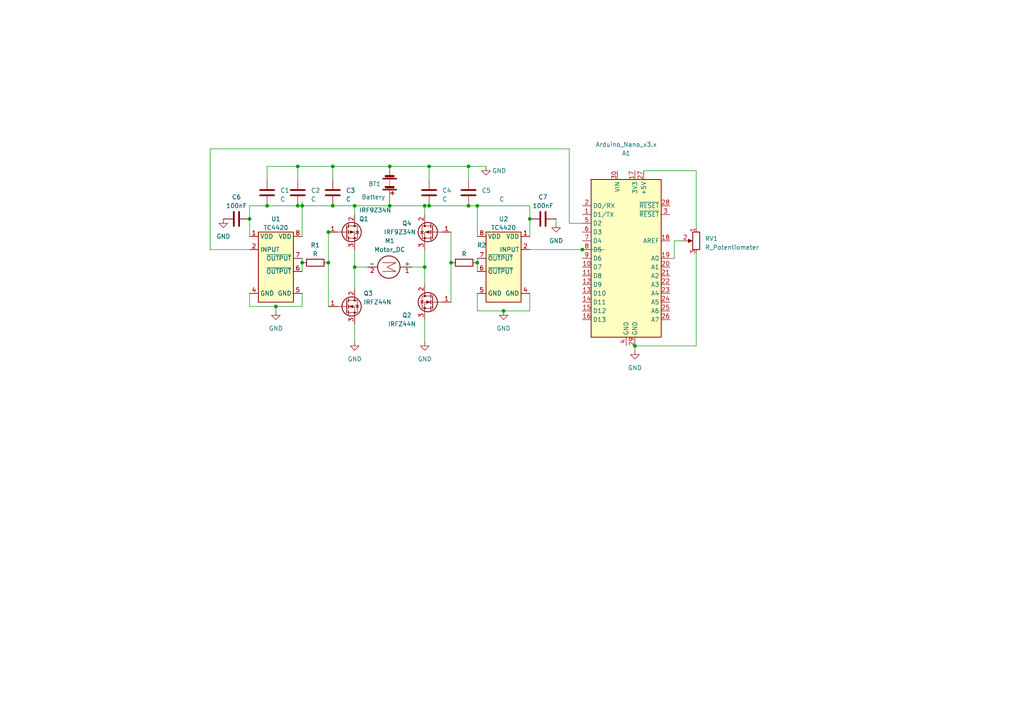
<source format=kicad_sch>
(kicad_sch (version 20230121) (generator eeschema)

  (uuid 60126ff5-6d4f-4517-87cc-30ec80536c9c)

  (paper "A4")

  (lib_symbols
    (symbol "Device:Battery" (pin_numbers hide) (pin_names (offset 0) hide) (in_bom yes) (on_board yes)
      (property "Reference" "BT" (at 2.54 2.54 0)
        (effects (font (size 1.27 1.27)) (justify left))
      )
      (property "Value" "Battery" (at 2.54 0 0)
        (effects (font (size 1.27 1.27)) (justify left))
      )
      (property "Footprint" "" (at 0 1.524 90)
        (effects (font (size 1.27 1.27)) hide)
      )
      (property "Datasheet" "~" (at 0 1.524 90)
        (effects (font (size 1.27 1.27)) hide)
      )
      (property "ki_keywords" "batt voltage-source cell" (at 0 0 0)
        (effects (font (size 1.27 1.27)) hide)
      )
      (property "ki_description" "Multiple-cell battery" (at 0 0 0)
        (effects (font (size 1.27 1.27)) hide)
      )
      (symbol "Battery_0_1"
        (rectangle (start -2.032 -1.397) (end 2.032 -1.651)
          (stroke (width 0) (type default))
          (fill (type outline))
        )
        (rectangle (start -2.032 1.778) (end 2.032 1.524)
          (stroke (width 0) (type default))
          (fill (type outline))
        )
        (rectangle (start -1.3208 -1.9812) (end 1.27 -2.4892)
          (stroke (width 0) (type default))
          (fill (type outline))
        )
        (rectangle (start -1.3208 1.1938) (end 1.27 0.6858)
          (stroke (width 0) (type default))
          (fill (type outline))
        )
        (polyline
          (pts
            (xy 0 -1.524)
            (xy 0 -1.27)
          )
          (stroke (width 0) (type default))
          (fill (type none))
        )
        (polyline
          (pts
            (xy 0 -1.016)
            (xy 0 -0.762)
          )
          (stroke (width 0) (type default))
          (fill (type none))
        )
        (polyline
          (pts
            (xy 0 -0.508)
            (xy 0 -0.254)
          )
          (stroke (width 0) (type default))
          (fill (type none))
        )
        (polyline
          (pts
            (xy 0 0)
            (xy 0 0.254)
          )
          (stroke (width 0) (type default))
          (fill (type none))
        )
        (polyline
          (pts
            (xy 0 0.508)
            (xy 0 0.762)
          )
          (stroke (width 0) (type default))
          (fill (type none))
        )
        (polyline
          (pts
            (xy 0 1.778)
            (xy 0 2.54)
          )
          (stroke (width 0) (type default))
          (fill (type none))
        )
        (polyline
          (pts
            (xy 0.254 2.667)
            (xy 1.27 2.667)
          )
          (stroke (width 0.254) (type default))
          (fill (type none))
        )
        (polyline
          (pts
            (xy 0.762 3.175)
            (xy 0.762 2.159)
          )
          (stroke (width 0.254) (type default))
          (fill (type none))
        )
      )
      (symbol "Battery_1_1"
        (pin passive line (at 0 5.08 270) (length 2.54)
          (name "+" (effects (font (size 1.27 1.27))))
          (number "1" (effects (font (size 1.27 1.27))))
        )
        (pin passive line (at 0 -5.08 90) (length 2.54)
          (name "-" (effects (font (size 1.27 1.27))))
          (number "2" (effects (font (size 1.27 1.27))))
        )
      )
    )
    (symbol "Device:C" (pin_numbers hide) (pin_names (offset 0.254)) (in_bom yes) (on_board yes)
      (property "Reference" "C" (at 0.635 2.54 0)
        (effects (font (size 1.27 1.27)) (justify left))
      )
      (property "Value" "C" (at 0.635 -2.54 0)
        (effects (font (size 1.27 1.27)) (justify left))
      )
      (property "Footprint" "" (at 0.9652 -3.81 0)
        (effects (font (size 1.27 1.27)) hide)
      )
      (property "Datasheet" "~" (at 0 0 0)
        (effects (font (size 1.27 1.27)) hide)
      )
      (property "ki_keywords" "cap capacitor" (at 0 0 0)
        (effects (font (size 1.27 1.27)) hide)
      )
      (property "ki_description" "Unpolarized capacitor" (at 0 0 0)
        (effects (font (size 1.27 1.27)) hide)
      )
      (property "ki_fp_filters" "C_*" (at 0 0 0)
        (effects (font (size 1.27 1.27)) hide)
      )
      (symbol "C_0_1"
        (polyline
          (pts
            (xy -2.032 -0.762)
            (xy 2.032 -0.762)
          )
          (stroke (width 0.508) (type default))
          (fill (type none))
        )
        (polyline
          (pts
            (xy -2.032 0.762)
            (xy 2.032 0.762)
          )
          (stroke (width 0.508) (type default))
          (fill (type none))
        )
      )
      (symbol "C_1_1"
        (pin passive line (at 0 3.81 270) (length 2.794)
          (name "~" (effects (font (size 1.27 1.27))))
          (number "1" (effects (font (size 1.27 1.27))))
        )
        (pin passive line (at 0 -3.81 90) (length 2.794)
          (name "~" (effects (font (size 1.27 1.27))))
          (number "2" (effects (font (size 1.27 1.27))))
        )
      )
    )
    (symbol "Device:R" (pin_numbers hide) (pin_names (offset 0)) (in_bom yes) (on_board yes)
      (property "Reference" "R" (at 2.032 0 90)
        (effects (font (size 1.27 1.27)))
      )
      (property "Value" "R" (at 0 0 90)
        (effects (font (size 1.27 1.27)))
      )
      (property "Footprint" "" (at -1.778 0 90)
        (effects (font (size 1.27 1.27)) hide)
      )
      (property "Datasheet" "~" (at 0 0 0)
        (effects (font (size 1.27 1.27)) hide)
      )
      (property "ki_keywords" "R res resistor" (at 0 0 0)
        (effects (font (size 1.27 1.27)) hide)
      )
      (property "ki_description" "Resistor" (at 0 0 0)
        (effects (font (size 1.27 1.27)) hide)
      )
      (property "ki_fp_filters" "R_*" (at 0 0 0)
        (effects (font (size 1.27 1.27)) hide)
      )
      (symbol "R_0_1"
        (rectangle (start -1.016 -2.54) (end 1.016 2.54)
          (stroke (width 0.254) (type default))
          (fill (type none))
        )
      )
      (symbol "R_1_1"
        (pin passive line (at 0 3.81 270) (length 1.27)
          (name "~" (effects (font (size 1.27 1.27))))
          (number "1" (effects (font (size 1.27 1.27))))
        )
        (pin passive line (at 0 -3.81 90) (length 1.27)
          (name "~" (effects (font (size 1.27 1.27))))
          (number "2" (effects (font (size 1.27 1.27))))
        )
      )
    )
    (symbol "Device:R_Potentiometer" (pin_names (offset 1.016) hide) (in_bom yes) (on_board yes)
      (property "Reference" "RV" (at -4.445 0 90)
        (effects (font (size 1.27 1.27)))
      )
      (property "Value" "R_Potentiometer" (at -2.54 0 90)
        (effects (font (size 1.27 1.27)))
      )
      (property "Footprint" "" (at 0 0 0)
        (effects (font (size 1.27 1.27)) hide)
      )
      (property "Datasheet" "~" (at 0 0 0)
        (effects (font (size 1.27 1.27)) hide)
      )
      (property "ki_keywords" "resistor variable" (at 0 0 0)
        (effects (font (size 1.27 1.27)) hide)
      )
      (property "ki_description" "Potentiometer" (at 0 0 0)
        (effects (font (size 1.27 1.27)) hide)
      )
      (property "ki_fp_filters" "Potentiometer*" (at 0 0 0)
        (effects (font (size 1.27 1.27)) hide)
      )
      (symbol "R_Potentiometer_0_1"
        (polyline
          (pts
            (xy 2.54 0)
            (xy 1.524 0)
          )
          (stroke (width 0) (type default))
          (fill (type none))
        )
        (polyline
          (pts
            (xy 1.143 0)
            (xy 2.286 0.508)
            (xy 2.286 -0.508)
            (xy 1.143 0)
          )
          (stroke (width 0) (type default))
          (fill (type outline))
        )
        (rectangle (start 1.016 2.54) (end -1.016 -2.54)
          (stroke (width 0.254) (type default))
          (fill (type none))
        )
      )
      (symbol "R_Potentiometer_1_1"
        (pin passive line (at 0 3.81 270) (length 1.27)
          (name "1" (effects (font (size 1.27 1.27))))
          (number "1" (effects (font (size 1.27 1.27))))
        )
        (pin passive line (at 3.81 0 180) (length 1.27)
          (name "2" (effects (font (size 1.27 1.27))))
          (number "2" (effects (font (size 1.27 1.27))))
        )
        (pin passive line (at 0 -3.81 90) (length 1.27)
          (name "3" (effects (font (size 1.27 1.27))))
          (number "3" (effects (font (size 1.27 1.27))))
        )
      )
    )
    (symbol "Driver_FET:TC4421" (in_bom yes) (on_board yes)
      (property "Reference" "U" (at -12.7 2.54 0)
        (effects (font (size 1.27 1.27)))
      )
      (property "Value" "TC4420" (at 17.78 2.54 0)
        (effects (font (size 1.27 1.27)))
      )
      (property "Footprint" "Package_DIP:DIP-8-N6_W7.62mm" (at 0 -20.32 0)
        (effects (font (size 1.27 1.27)) hide)
      )
      (property "Datasheet" "http://ww1.microchip.com/downloads/en/DeviceDoc/20001420F.pdf" (at -52.07 -26.67 0)
        (effects (font (size 1.27 1.27)) hide)
      )
      (property "ki_keywords" "MOSFET IGBT driver" (at 0 0 0)
        (effects (font (size 1.27 1.27)) hide)
      )
      (property "ki_description" "9A High-Speed inverting MOSFET Driver" (at 0 0 0)
        (effects (font (size 1.27 1.27)) hide)
      )
      (property "ki_fp_filters" "DIP*W7.62mm*" (at 0 0 0)
        (effects (font (size 1.27 1.27)) hide)
      )
      (symbol "TC4421_0_1"
        (rectangle (start -10.16 5.08) (end 10.16 -5.08)
          (stroke (width 0.254) (type default))
          (fill (type background))
        )
      )
      (symbol "TC4421_1_1"
        (pin power_in line (at -8.89 -7.62 90) (length 2.54)
          (name "VDD" (effects (font (size 1.27 1.27))))
          (number "1" (effects (font (size 1.27 1.27))))
        )
        (pin input line (at -5.08 -7.62 90) (length 2.54)
          (name "INPUT" (effects (font (size 1.27 1.27))))
          (number "2" (effects (font (size 1.27 1.27))))
        )
        (pin no_connect line (at 3.81 -7.62 90) (length 2.54) hide
          (name "NC" (effects (font (size 1.27 1.27))))
          (number "3" (effects (font (size 1.27 1.27))))
        )
        (pin power_in line (at 7.62 -7.62 90) (length 2.54)
          (name "GND" (effects (font (size 1.27 1.27))))
          (number "4" (effects (font (size 1.27 1.27))))
        )
        (pin power_in line (at 7.62 7.62 270) (length 2.54)
          (name "GND" (effects (font (size 1.27 1.27))))
          (number "5" (effects (font (size 1.27 1.27))))
        )
        (pin output line (at 1.27 7.62 270) (length 2.54)
          (name "~{OUTPUT}" (effects (font (size 1.27 1.27))))
          (number "6" (effects (font (size 1.27 1.27))))
        )
        (pin output line (at -2.54 7.62 270) (length 2.54)
          (name "~{OUTPUT}" (effects (font (size 1.27 1.27))))
          (number "7" (effects (font (size 1.27 1.27))))
        )
        (pin power_in line (at -8.89 7.62 270) (length 2.54)
          (name "VDD" (effects (font (size 1.27 1.27))))
          (number "8" (effects (font (size 1.27 1.27))))
        )
      )
    )
    (symbol "MCU_Module:Arduino_Nano_v3.x" (in_bom yes) (on_board yes)
      (property "Reference" "A" (at -10.16 23.495 0)
        (effects (font (size 1.27 1.27)) (justify left bottom))
      )
      (property "Value" "Arduino_Nano_v3.x" (at 5.08 -24.13 0)
        (effects (font (size 1.27 1.27)) (justify left top))
      )
      (property "Footprint" "Module:Arduino_Nano" (at 0 0 0)
        (effects (font (size 1.27 1.27) italic) hide)
      )
      (property "Datasheet" "http://www.mouser.com/pdfdocs/Gravitech_Arduino_Nano3_0.pdf" (at 0 0 0)
        (effects (font (size 1.27 1.27)) hide)
      )
      (property "ki_keywords" "Arduino nano microcontroller module USB" (at 0 0 0)
        (effects (font (size 1.27 1.27)) hide)
      )
      (property "ki_description" "Arduino Nano v3.x" (at 0 0 0)
        (effects (font (size 1.27 1.27)) hide)
      )
      (property "ki_fp_filters" "Arduino*Nano*" (at 0 0 0)
        (effects (font (size 1.27 1.27)) hide)
      )
      (symbol "Arduino_Nano_v3.x_0_1"
        (rectangle (start -10.16 22.86) (end 10.16 -22.86)
          (stroke (width 0.254) (type default))
          (fill (type background))
        )
      )
      (symbol "Arduino_Nano_v3.x_1_1"
        (pin bidirectional line (at -12.7 12.7 0) (length 2.54)
          (name "D1/TX" (effects (font (size 1.27 1.27))))
          (number "1" (effects (font (size 1.27 1.27))))
        )
        (pin bidirectional line (at -12.7 -2.54 0) (length 2.54)
          (name "D7" (effects (font (size 1.27 1.27))))
          (number "10" (effects (font (size 1.27 1.27))))
        )
        (pin bidirectional line (at -12.7 -5.08 0) (length 2.54)
          (name "D8" (effects (font (size 1.27 1.27))))
          (number "11" (effects (font (size 1.27 1.27))))
        )
        (pin bidirectional line (at -12.7 -7.62 0) (length 2.54)
          (name "D9" (effects (font (size 1.27 1.27))))
          (number "12" (effects (font (size 1.27 1.27))))
        )
        (pin bidirectional line (at -12.7 -10.16 0) (length 2.54)
          (name "D10" (effects (font (size 1.27 1.27))))
          (number "13" (effects (font (size 1.27 1.27))))
        )
        (pin bidirectional line (at -12.7 -12.7 0) (length 2.54)
          (name "D11" (effects (font (size 1.27 1.27))))
          (number "14" (effects (font (size 1.27 1.27))))
        )
        (pin bidirectional line (at -12.7 -15.24 0) (length 2.54)
          (name "D12" (effects (font (size 1.27 1.27))))
          (number "15" (effects (font (size 1.27 1.27))))
        )
        (pin bidirectional line (at -12.7 -17.78 0) (length 2.54)
          (name "D13" (effects (font (size 1.27 1.27))))
          (number "16" (effects (font (size 1.27 1.27))))
        )
        (pin power_out line (at 2.54 25.4 270) (length 2.54)
          (name "3V3" (effects (font (size 1.27 1.27))))
          (number "17" (effects (font (size 1.27 1.27))))
        )
        (pin input line (at 12.7 5.08 180) (length 2.54)
          (name "AREF" (effects (font (size 1.27 1.27))))
          (number "18" (effects (font (size 1.27 1.27))))
        )
        (pin bidirectional line (at 12.7 0 180) (length 2.54)
          (name "A0" (effects (font (size 1.27 1.27))))
          (number "19" (effects (font (size 1.27 1.27))))
        )
        (pin bidirectional line (at -12.7 15.24 0) (length 2.54)
          (name "D0/RX" (effects (font (size 1.27 1.27))))
          (number "2" (effects (font (size 1.27 1.27))))
        )
        (pin bidirectional line (at 12.7 -2.54 180) (length 2.54)
          (name "A1" (effects (font (size 1.27 1.27))))
          (number "20" (effects (font (size 1.27 1.27))))
        )
        (pin bidirectional line (at 12.7 -5.08 180) (length 2.54)
          (name "A2" (effects (font (size 1.27 1.27))))
          (number "21" (effects (font (size 1.27 1.27))))
        )
        (pin bidirectional line (at 12.7 -7.62 180) (length 2.54)
          (name "A3" (effects (font (size 1.27 1.27))))
          (number "22" (effects (font (size 1.27 1.27))))
        )
        (pin bidirectional line (at 12.7 -10.16 180) (length 2.54)
          (name "A4" (effects (font (size 1.27 1.27))))
          (number "23" (effects (font (size 1.27 1.27))))
        )
        (pin bidirectional line (at 12.7 -12.7 180) (length 2.54)
          (name "A5" (effects (font (size 1.27 1.27))))
          (number "24" (effects (font (size 1.27 1.27))))
        )
        (pin bidirectional line (at 12.7 -15.24 180) (length 2.54)
          (name "A6" (effects (font (size 1.27 1.27))))
          (number "25" (effects (font (size 1.27 1.27))))
        )
        (pin bidirectional line (at 12.7 -17.78 180) (length 2.54)
          (name "A7" (effects (font (size 1.27 1.27))))
          (number "26" (effects (font (size 1.27 1.27))))
        )
        (pin power_out line (at 5.08 25.4 270) (length 2.54)
          (name "+5V" (effects (font (size 1.27 1.27))))
          (number "27" (effects (font (size 1.27 1.27))))
        )
        (pin input line (at 12.7 15.24 180) (length 2.54)
          (name "~{RESET}" (effects (font (size 1.27 1.27))))
          (number "28" (effects (font (size 1.27 1.27))))
        )
        (pin power_in line (at 2.54 -25.4 90) (length 2.54)
          (name "GND" (effects (font (size 1.27 1.27))))
          (number "29" (effects (font (size 1.27 1.27))))
        )
        (pin input line (at 12.7 12.7 180) (length 2.54)
          (name "~{RESET}" (effects (font (size 1.27 1.27))))
          (number "3" (effects (font (size 1.27 1.27))))
        )
        (pin power_in line (at -2.54 25.4 270) (length 2.54)
          (name "VIN" (effects (font (size 1.27 1.27))))
          (number "30" (effects (font (size 1.27 1.27))))
        )
        (pin power_in line (at 0 -25.4 90) (length 2.54)
          (name "GND" (effects (font (size 1.27 1.27))))
          (number "4" (effects (font (size 1.27 1.27))))
        )
        (pin bidirectional line (at -12.7 10.16 0) (length 2.54)
          (name "D2" (effects (font (size 1.27 1.27))))
          (number "5" (effects (font (size 1.27 1.27))))
        )
        (pin bidirectional line (at -12.7 7.62 0) (length 2.54)
          (name "D3" (effects (font (size 1.27 1.27))))
          (number "6" (effects (font (size 1.27 1.27))))
        )
        (pin bidirectional line (at -12.7 5.08 0) (length 2.54)
          (name "D4" (effects (font (size 1.27 1.27))))
          (number "7" (effects (font (size 1.27 1.27))))
        )
        (pin bidirectional line (at -12.7 2.54 0) (length 2.54)
          (name "D5" (effects (font (size 1.27 1.27))))
          (number "8" (effects (font (size 1.27 1.27))))
        )
        (pin bidirectional line (at -12.7 0 0) (length 2.54)
          (name "D6" (effects (font (size 1.27 1.27))))
          (number "9" (effects (font (size 1.27 1.27))))
        )
      )
    )
    (symbol "Motor:Motor_DC" (pin_names (offset 0)) (in_bom yes) (on_board yes)
      (property "Reference" "M" (at 2.54 2.54 0)
        (effects (font (size 1.27 1.27)) (justify left))
      )
      (property "Value" "Motor_DC" (at 2.54 -5.08 0)
        (effects (font (size 1.27 1.27)) (justify left top))
      )
      (property "Footprint" "" (at 0 -2.286 0)
        (effects (font (size 1.27 1.27)) hide)
      )
      (property "Datasheet" "~" (at 0 -2.286 0)
        (effects (font (size 1.27 1.27)) hide)
      )
      (property "ki_keywords" "DC Motor" (at 0 0 0)
        (effects (font (size 1.27 1.27)) hide)
      )
      (property "ki_description" "DC Motor" (at 0 0 0)
        (effects (font (size 1.27 1.27)) hide)
      )
      (property "ki_fp_filters" "PinHeader*P2.54mm* TerminalBlock*" (at 0 0 0)
        (effects (font (size 1.27 1.27)) hide)
      )
      (symbol "Motor_DC_0_0"
        (polyline
          (pts
            (xy -1.27 -3.302)
            (xy -1.27 0.508)
            (xy 0 -2.032)
            (xy 1.27 0.508)
            (xy 1.27 -3.302)
          )
          (stroke (width 0) (type default))
          (fill (type none))
        )
      )
      (symbol "Motor_DC_0_1"
        (circle (center 0 -1.524) (radius 3.2512)
          (stroke (width 0.254) (type default))
          (fill (type none))
        )
        (polyline
          (pts
            (xy 0 -7.62)
            (xy 0 -7.112)
          )
          (stroke (width 0) (type default))
          (fill (type none))
        )
        (polyline
          (pts
            (xy 0 -4.7752)
            (xy 0 -5.1816)
          )
          (stroke (width 0) (type default))
          (fill (type none))
        )
        (polyline
          (pts
            (xy 0 1.7272)
            (xy 0 2.0828)
          )
          (stroke (width 0) (type default))
          (fill (type none))
        )
        (polyline
          (pts
            (xy 0 2.032)
            (xy 0 2.54)
          )
          (stroke (width 0) (type default))
          (fill (type none))
        )
      )
      (symbol "Motor_DC_1_1"
        (pin passive line (at 0 5.08 270) (length 2.54)
          (name "+" (effects (font (size 1.27 1.27))))
          (number "1" (effects (font (size 1.27 1.27))))
        )
        (pin passive line (at 0 -7.62 90) (length 2.54)
          (name "-" (effects (font (size 1.27 1.27))))
          (number "2" (effects (font (size 1.27 1.27))))
        )
      )
    )
    (symbol "Transistor_FET:IRF9540N" (pin_names hide) (in_bom yes) (on_board yes)
      (property "Reference" "Q" (at 5.08 1.905 0)
        (effects (font (size 1.27 1.27)) (justify left))
      )
      (property "Value" "IRF9540N" (at 5.08 0 0)
        (effects (font (size 1.27 1.27)) (justify left))
      )
      (property "Footprint" "Package_TO_SOT_THT:TO-220-3_Vertical" (at 5.08 -1.905 0)
        (effects (font (size 1.27 1.27) italic) (justify left) hide)
      )
      (property "Datasheet" "http://www.irf.com/product-info/datasheets/data/irf9540n.pdf" (at 0 0 0)
        (effects (font (size 1.27 1.27)) (justify left) hide)
      )
      (property "ki_keywords" "P-Channel MOSFET HEXFET" (at 0 0 0)
        (effects (font (size 1.27 1.27)) hide)
      )
      (property "ki_description" "-23A Id, -100V Vds, 117mOhm Rds, P-Channel HEXFET Power MOSFET, TO-220" (at 0 0 0)
        (effects (font (size 1.27 1.27)) hide)
      )
      (property "ki_fp_filters" "TO?220*" (at 0 0 0)
        (effects (font (size 1.27 1.27)) hide)
      )
      (symbol "IRF9540N_0_1"
        (polyline
          (pts
            (xy 0.254 0)
            (xy -2.54 0)
          )
          (stroke (width 0) (type default))
          (fill (type none))
        )
        (polyline
          (pts
            (xy 0.254 1.905)
            (xy 0.254 -1.905)
          )
          (stroke (width 0.254) (type default))
          (fill (type none))
        )
        (polyline
          (pts
            (xy 0.762 -1.27)
            (xy 0.762 -2.286)
          )
          (stroke (width 0.254) (type default))
          (fill (type none))
        )
        (polyline
          (pts
            (xy 0.762 0.508)
            (xy 0.762 -0.508)
          )
          (stroke (width 0.254) (type default))
          (fill (type none))
        )
        (polyline
          (pts
            (xy 0.762 2.286)
            (xy 0.762 1.27)
          )
          (stroke (width 0.254) (type default))
          (fill (type none))
        )
        (polyline
          (pts
            (xy 2.54 2.54)
            (xy 2.54 1.778)
          )
          (stroke (width 0) (type default))
          (fill (type none))
        )
        (polyline
          (pts
            (xy 2.54 -2.54)
            (xy 2.54 0)
            (xy 0.762 0)
          )
          (stroke (width 0) (type default))
          (fill (type none))
        )
        (polyline
          (pts
            (xy 0.762 1.778)
            (xy 3.302 1.778)
            (xy 3.302 -1.778)
            (xy 0.762 -1.778)
          )
          (stroke (width 0) (type default))
          (fill (type none))
        )
        (polyline
          (pts
            (xy 2.286 0)
            (xy 1.27 0.381)
            (xy 1.27 -0.381)
            (xy 2.286 0)
          )
          (stroke (width 0) (type default))
          (fill (type outline))
        )
        (polyline
          (pts
            (xy 2.794 -0.508)
            (xy 2.921 -0.381)
            (xy 3.683 -0.381)
            (xy 3.81 -0.254)
          )
          (stroke (width 0) (type default))
          (fill (type none))
        )
        (polyline
          (pts
            (xy 3.302 -0.381)
            (xy 2.921 0.254)
            (xy 3.683 0.254)
            (xy 3.302 -0.381)
          )
          (stroke (width 0) (type default))
          (fill (type none))
        )
        (circle (center 1.651 0) (radius 2.794)
          (stroke (width 0.254) (type default))
          (fill (type none))
        )
        (circle (center 2.54 -1.778) (radius 0.254)
          (stroke (width 0) (type default))
          (fill (type outline))
        )
        (circle (center 2.54 1.778) (radius 0.254)
          (stroke (width 0) (type default))
          (fill (type outline))
        )
      )
      (symbol "IRF9540N_1_1"
        (pin input line (at -5.08 0 0) (length 2.54)
          (name "G" (effects (font (size 1.27 1.27))))
          (number "1" (effects (font (size 1.27 1.27))))
        )
        (pin passive line (at 2.54 5.08 270) (length 2.54)
          (name "D" (effects (font (size 1.27 1.27))))
          (number "2" (effects (font (size 1.27 1.27))))
        )
        (pin passive line (at 2.54 -5.08 90) (length 2.54)
          (name "S" (effects (font (size 1.27 1.27))))
          (number "3" (effects (font (size 1.27 1.27))))
        )
      )
    )
    (symbol "Transistor_FET:IRLZ44N" (pin_names hide) (in_bom yes) (on_board yes)
      (property "Reference" "Q" (at 6.35 1.905 0)
        (effects (font (size 1.27 1.27)) (justify left))
      )
      (property "Value" "IRLZ44N" (at 6.35 0 0)
        (effects (font (size 1.27 1.27)) (justify left))
      )
      (property "Footprint" "Package_TO_SOT_THT:TO-220-3_Vertical" (at 6.35 -1.905 0)
        (effects (font (size 1.27 1.27) italic) (justify left) hide)
      )
      (property "Datasheet" "http://www.irf.com/product-info/datasheets/data/irlz44n.pdf" (at 0 0 0)
        (effects (font (size 1.27 1.27)) (justify left) hide)
      )
      (property "ki_keywords" "N-Channel HEXFET MOSFET Logic-Level" (at 0 0 0)
        (effects (font (size 1.27 1.27)) hide)
      )
      (property "ki_description" "47A Id, 55V Vds, 22mOhm Rds Single N-Channel HEXFET Power MOSFET, TO-220AB" (at 0 0 0)
        (effects (font (size 1.27 1.27)) hide)
      )
      (property "ki_fp_filters" "TO?220*" (at 0 0 0)
        (effects (font (size 1.27 1.27)) hide)
      )
      (symbol "IRLZ44N_0_1"
        (polyline
          (pts
            (xy 0.254 0)
            (xy -2.54 0)
          )
          (stroke (width 0) (type default))
          (fill (type none))
        )
        (polyline
          (pts
            (xy 0.254 1.905)
            (xy 0.254 -1.905)
          )
          (stroke (width 0.254) (type default))
          (fill (type none))
        )
        (polyline
          (pts
            (xy 0.762 -1.27)
            (xy 0.762 -2.286)
          )
          (stroke (width 0.254) (type default))
          (fill (type none))
        )
        (polyline
          (pts
            (xy 0.762 0.508)
            (xy 0.762 -0.508)
          )
          (stroke (width 0.254) (type default))
          (fill (type none))
        )
        (polyline
          (pts
            (xy 0.762 2.286)
            (xy 0.762 1.27)
          )
          (stroke (width 0.254) (type default))
          (fill (type none))
        )
        (polyline
          (pts
            (xy 2.54 2.54)
            (xy 2.54 1.778)
          )
          (stroke (width 0) (type default))
          (fill (type none))
        )
        (polyline
          (pts
            (xy 2.54 -2.54)
            (xy 2.54 0)
            (xy 0.762 0)
          )
          (stroke (width 0) (type default))
          (fill (type none))
        )
        (polyline
          (pts
            (xy 0.762 -1.778)
            (xy 3.302 -1.778)
            (xy 3.302 1.778)
            (xy 0.762 1.778)
          )
          (stroke (width 0) (type default))
          (fill (type none))
        )
        (polyline
          (pts
            (xy 1.016 0)
            (xy 2.032 0.381)
            (xy 2.032 -0.381)
            (xy 1.016 0)
          )
          (stroke (width 0) (type default))
          (fill (type outline))
        )
        (polyline
          (pts
            (xy 2.794 0.508)
            (xy 2.921 0.381)
            (xy 3.683 0.381)
            (xy 3.81 0.254)
          )
          (stroke (width 0) (type default))
          (fill (type none))
        )
        (polyline
          (pts
            (xy 3.302 0.381)
            (xy 2.921 -0.254)
            (xy 3.683 -0.254)
            (xy 3.302 0.381)
          )
          (stroke (width 0) (type default))
          (fill (type none))
        )
        (circle (center 1.651 0) (radius 2.794)
          (stroke (width 0.254) (type default))
          (fill (type none))
        )
        (circle (center 2.54 -1.778) (radius 0.254)
          (stroke (width 0) (type default))
          (fill (type outline))
        )
        (circle (center 2.54 1.778) (radius 0.254)
          (stroke (width 0) (type default))
          (fill (type outline))
        )
      )
      (symbol "IRLZ44N_1_1"
        (pin input line (at -5.08 0 0) (length 2.54)
          (name "G" (effects (font (size 1.27 1.27))))
          (number "1" (effects (font (size 1.27 1.27))))
        )
        (pin passive line (at 2.54 5.08 270) (length 2.54)
          (name "D" (effects (font (size 1.27 1.27))))
          (number "2" (effects (font (size 1.27 1.27))))
        )
        (pin passive line (at 2.54 -5.08 90) (length 2.54)
          (name "S" (effects (font (size 1.27 1.27))))
          (number "3" (effects (font (size 1.27 1.27))))
        )
      )
    )
    (symbol "power:GND" (power) (pin_names (offset 0)) (in_bom yes) (on_board yes)
      (property "Reference" "#PWR" (at 0 -6.35 0)
        (effects (font (size 1.27 1.27)) hide)
      )
      (property "Value" "GND" (at 0 -3.81 0)
        (effects (font (size 1.27 1.27)))
      )
      (property "Footprint" "" (at 0 0 0)
        (effects (font (size 1.27 1.27)) hide)
      )
      (property "Datasheet" "" (at 0 0 0)
        (effects (font (size 1.27 1.27)) hide)
      )
      (property "ki_keywords" "global power" (at 0 0 0)
        (effects (font (size 1.27 1.27)) hide)
      )
      (property "ki_description" "Power symbol creates a global label with name \"GND\" , ground" (at 0 0 0)
        (effects (font (size 1.27 1.27)) hide)
      )
      (symbol "GND_0_1"
        (polyline
          (pts
            (xy 0 0)
            (xy 0 -1.27)
            (xy 1.27 -1.27)
            (xy 0 -2.54)
            (xy -1.27 -1.27)
            (xy 0 -1.27)
          )
          (stroke (width 0) (type default))
          (fill (type none))
        )
      )
      (symbol "GND_1_1"
        (pin power_in line (at 0 0 270) (length 0) hide
          (name "GND" (effects (font (size 1.27 1.27))))
          (number "1" (effects (font (size 1.27 1.27))))
        )
      )
    )
  )

  (junction (at 96.52 59.69) (diameter 0) (color 0 0 0 0)
    (uuid 01d3f71f-292d-421b-a9a1-84dcfe82fc3d)
  )
  (junction (at 102.87 77.47) (diameter 0) (color 0 0 0 0)
    (uuid 04deb972-cf3a-428a-aef8-70f05afb1f6e)
  )
  (junction (at 123.19 59.69) (diameter 0) (color 0 0 0 0)
    (uuid 08d341b3-6beb-41d3-91a3-1139870a95c6)
  )
  (junction (at 87.63 76.2) (diameter 0) (color 0 0 0 0)
    (uuid 1bbaaa58-9d74-4488-9378-b23bb893f70e)
  )
  (junction (at 87.63 59.69) (diameter 0) (color 0 0 0 0)
    (uuid 4edd5b0f-d7fd-4c4a-ac16-c4baff1ff385)
  )
  (junction (at 153.67 63.5) (diameter 0) (color 0 0 0 0)
    (uuid 645d9870-5bd2-4378-873d-78cfc9b36e24)
  )
  (junction (at 138.43 76.2) (diameter 0) (color 0 0 0 0)
    (uuid 6bb06e63-2e79-4914-806e-96ba79ca4cd8)
  )
  (junction (at 184.15 100.33) (diameter 0) (color 0 0 0 0)
    (uuid 723fa597-984e-4244-a4ac-10ed17709ed7)
  )
  (junction (at 130.81 76.2) (diameter 0) (color 0 0 0 0)
    (uuid 72739f4b-421c-4709-9861-efaf1cb32be3)
  )
  (junction (at 135.89 48.26) (diameter 0) (color 0 0 0 0)
    (uuid 8f6e3689-d5b9-453f-90b1-e8144ab91e18)
  )
  (junction (at 113.03 48.26) (diameter 0) (color 0 0 0 0)
    (uuid 8ff34c41-0daa-41df-9b6d-b35d49592f9b)
  )
  (junction (at 138.43 59.69) (diameter 0) (color 0 0 0 0)
    (uuid 97ce5105-5c28-4f32-81a1-061b7b49d391)
  )
  (junction (at 124.46 59.69) (diameter 0) (color 0 0 0 0)
    (uuid 9e9923a7-d19f-4fc1-9c8f-2bc81a0864fe)
  )
  (junction (at 95.25 67.31) (diameter 0) (color 0 0 0 0)
    (uuid a4d5decb-bbcd-4607-858d-ba3db0e4af49)
  )
  (junction (at 146.05 90.17) (diameter 0) (color 0 0 0 0)
    (uuid aa802e52-185f-49a6-9196-47b59958b00b)
  )
  (junction (at 102.87 59.69) (diameter 0) (color 0 0 0 0)
    (uuid b2142cea-ee2d-4a6d-902b-1bc33ee5cd96)
  )
  (junction (at 86.36 59.69) (diameter 0) (color 0 0 0 0)
    (uuid b3ae94d6-6166-4a4d-9d28-da4a8df4cef1)
  )
  (junction (at 95.25 76.2) (diameter 0) (color 0 0 0 0)
    (uuid c0aa3da4-c1d4-4d56-8fc5-e420cbada0ed)
  )
  (junction (at 113.03 59.69) (diameter 0) (color 0 0 0 0)
    (uuid c48b0a76-be5b-42ae-9037-1f0004be9a90)
  )
  (junction (at 86.36 48.26) (diameter 0) (color 0 0 0 0)
    (uuid c83820f9-9d6f-4c2d-9e47-41b4451e688c)
  )
  (junction (at 123.19 77.47) (diameter 0) (color 0 0 0 0)
    (uuid cea40559-9642-46aa-9696-05b3f2be0250)
  )
  (junction (at 135.89 59.69) (diameter 0) (color 0 0 0 0)
    (uuid d2b5d676-bf1b-4687-958a-74466de6173c)
  )
  (junction (at 124.46 48.26) (diameter 0) (color 0 0 0 0)
    (uuid d33bef90-a951-46e0-a65a-f51f3148ffbb)
  )
  (junction (at 96.52 48.26) (diameter 0) (color 0 0 0 0)
    (uuid d425031e-1dab-4fa2-98b4-0b0fc822043e)
  )
  (junction (at 77.47 59.69) (diameter 0) (color 0 0 0 0)
    (uuid d78b6ef1-3433-4e1d-a6f6-4008de7471d4)
  )
  (junction (at 80.01 88.9) (diameter 0) (color 0 0 0 0)
    (uuid de5b0c3c-1982-42d4-8372-7c9db67de05c)
  )
  (junction (at 72.39 63.5) (diameter 0) (color 0 0 0 0)
    (uuid e5b04e98-baeb-4a98-864d-c5c82513b76e)
  )
  (junction (at 168.91 72.39) (diameter 0) (color 0 0 0 0)
    (uuid eb411c0b-4807-45e7-b883-f7d37ee53501)
  )

  (wire (pts (xy 96.52 48.26) (xy 96.52 52.07))
    (stroke (width 0) (type default))
    (uuid 010390c2-3c7f-4736-b81a-df6b4e82abdc)
  )
  (wire (pts (xy 123.19 72.39) (xy 123.19 77.47))
    (stroke (width 0) (type default))
    (uuid 0124d100-f911-4077-a3e4-b2bda9f162de)
  )
  (wire (pts (xy 135.89 48.26) (xy 135.89 52.07))
    (stroke (width 0) (type default))
    (uuid 0132be35-0a9c-4e3a-b6be-7ff7412015b3)
  )
  (wire (pts (xy 124.46 48.26) (xy 124.46 52.07))
    (stroke (width 0) (type default))
    (uuid 016bb1d3-84de-44d5-95a4-57843d7f1e8e)
  )
  (wire (pts (xy 87.63 88.9) (xy 87.63 85.09))
    (stroke (width 0) (type default))
    (uuid 02d52f0d-c1e9-4374-bf6b-91debeecf2cf)
  )
  (wire (pts (xy 72.39 85.09) (xy 72.39 88.9))
    (stroke (width 0) (type default))
    (uuid 042f1c97-b10f-475c-8048-96bd319d0d54)
  )
  (wire (pts (xy 138.43 68.58) (xy 138.43 59.69))
    (stroke (width 0) (type default))
    (uuid 064939fe-3487-461d-9ab3-aeba88eb7efe)
  )
  (wire (pts (xy 86.36 48.26) (xy 96.52 48.26))
    (stroke (width 0) (type default))
    (uuid 082587e7-9888-4576-bd87-d777249596ee)
  )
  (wire (pts (xy 60.96 43.18) (xy 60.96 72.39))
    (stroke (width 0) (type default))
    (uuid 0877f86b-9156-49a3-8c5e-43727cde59ca)
  )
  (wire (pts (xy 195.58 74.93) (xy 194.31 74.93))
    (stroke (width 0) (type default))
    (uuid 0d35ff3b-d122-411f-8a71-d8032b829315)
  )
  (wire (pts (xy 97.79 67.31) (xy 95.25 67.31))
    (stroke (width 0) (type default))
    (uuid 125efddb-1bb6-4432-9b56-a0e1938130a4)
  )
  (wire (pts (xy 161.29 63.5) (xy 161.29 64.77))
    (stroke (width 0) (type default))
    (uuid 177ec78e-df2c-4af1-a545-782393fb0311)
  )
  (wire (pts (xy 113.03 59.69) (xy 123.19 59.69))
    (stroke (width 0) (type default))
    (uuid 1814705f-a021-4418-abf5-fbcb3ef2aff2)
  )
  (wire (pts (xy 138.43 85.09) (xy 138.43 90.17))
    (stroke (width 0) (type default))
    (uuid 1a378e09-5e80-4b91-864f-d8907121fb56)
  )
  (wire (pts (xy 130.81 76.2) (xy 130.81 87.63))
    (stroke (width 0) (type default))
    (uuid 1cd26cdd-a3b3-421c-b8d6-7fac91836358)
  )
  (wire (pts (xy 138.43 74.93) (xy 138.43 76.2))
    (stroke (width 0) (type default))
    (uuid 27106433-23cd-4247-9b48-e7cb93e2c33c)
  )
  (wire (pts (xy 72.39 59.69) (xy 77.47 59.69))
    (stroke (width 0) (type default))
    (uuid 2eb0a4e6-ceec-4816-9fe2-4f1e1ad4cbcd)
  )
  (wire (pts (xy 72.39 88.9) (xy 80.01 88.9))
    (stroke (width 0) (type default))
    (uuid 346a272a-42b7-4965-a83d-484e5a354af1)
  )
  (wire (pts (xy 102.87 59.69) (xy 113.03 59.69))
    (stroke (width 0) (type default))
    (uuid 3820e3ec-5f2d-413a-a853-27e9d39a5bfa)
  )
  (wire (pts (xy 80.01 88.9) (xy 87.63 88.9))
    (stroke (width 0) (type default))
    (uuid 3ce43fbf-44e8-4bca-b001-568bc687bd59)
  )
  (wire (pts (xy 201.93 100.33) (xy 184.15 100.33))
    (stroke (width 0) (type default))
    (uuid 40a5769c-117f-4050-9118-de094904a010)
  )
  (wire (pts (xy 123.19 59.69) (xy 124.46 59.69))
    (stroke (width 0) (type default))
    (uuid 44382940-a3d5-4b47-b2d2-be814228599d)
  )
  (wire (pts (xy 95.25 76.2) (xy 95.25 88.9))
    (stroke (width 0) (type default))
    (uuid 49525d46-0f86-4f4d-a919-a41fceda72cf)
  )
  (wire (pts (xy 175.26 72.39) (xy 168.91 72.39))
    (stroke (width 0) (type default))
    (uuid 4c20d98f-cdd1-4fbd-8148-938b30c2e19e)
  )
  (wire (pts (xy 96.52 59.69) (xy 102.87 59.69))
    (stroke (width 0) (type default))
    (uuid 55be73e3-b524-4c77-a2f0-87858761bbea)
  )
  (wire (pts (xy 168.91 64.77) (xy 165.1 64.77))
    (stroke (width 0) (type default))
    (uuid 5d398e14-ba7f-4806-b005-2771e388ac07)
  )
  (wire (pts (xy 165.1 64.77) (xy 165.1 43.18))
    (stroke (width 0) (type default))
    (uuid 5fb3b320-abd2-4059-a64b-8fa0c62940da)
  )
  (wire (pts (xy 87.63 58.42) (xy 87.63 59.69))
    (stroke (width 0) (type default))
    (uuid 64cd345c-3917-4625-b428-a85445961361)
  )
  (wire (pts (xy 119.38 77.47) (xy 123.19 77.47))
    (stroke (width 0) (type default))
    (uuid 669b7418-fa84-42ac-9ef9-cbff2e367137)
  )
  (wire (pts (xy 113.03 48.26) (xy 124.46 48.26))
    (stroke (width 0) (type default))
    (uuid 6cc58ab7-4b7a-4daa-9696-5f336bac33de)
  )
  (wire (pts (xy 138.43 76.2) (xy 138.43 78.74))
    (stroke (width 0) (type default))
    (uuid 71a56b87-4106-4a56-8c52-5d5ac990114e)
  )
  (wire (pts (xy 201.93 73.66) (xy 201.93 100.33))
    (stroke (width 0) (type default))
    (uuid 75e4ddd5-4f05-48c0-9b1d-32f2cefebb0a)
  )
  (wire (pts (xy 102.87 77.47) (xy 106.68 77.47))
    (stroke (width 0) (type default))
    (uuid 77b7506a-8a98-4a31-9ff9-bf3041a38bad)
  )
  (wire (pts (xy 102.87 72.39) (xy 102.87 77.47))
    (stroke (width 0) (type default))
    (uuid 79e6dcf8-32d6-46c7-8458-59a56c0fb0d6)
  )
  (wire (pts (xy 138.43 59.69) (xy 153.67 59.69))
    (stroke (width 0) (type default))
    (uuid 7a715111-c685-4b6f-b9fa-bbf85879af6f)
  )
  (wire (pts (xy 102.87 59.69) (xy 102.87 62.23))
    (stroke (width 0) (type default))
    (uuid 81c8d40a-32e3-4ca9-bc4f-a5730ab37633)
  )
  (wire (pts (xy 77.47 48.26) (xy 77.47 52.07))
    (stroke (width 0) (type default))
    (uuid 8c922ce2-5e6c-4b22-ba28-6450be6a083b)
  )
  (wire (pts (xy 87.63 59.69) (xy 96.52 59.69))
    (stroke (width 0) (type default))
    (uuid 948858b5-4040-44e9-98bb-08cb0cd5f564)
  )
  (wire (pts (xy 72.39 63.5) (xy 72.39 68.58))
    (stroke (width 0) (type default))
    (uuid 9b3ba605-7606-403d-9db1-525725fd80be)
  )
  (wire (pts (xy 186.69 49.53) (xy 201.93 49.53))
    (stroke (width 0) (type default))
    (uuid a218ea26-ee1e-48cc-abfa-cb46fc63f359)
  )
  (wire (pts (xy 140.97 48.26) (xy 135.89 48.26))
    (stroke (width 0) (type default))
    (uuid a685380a-f39e-486c-b18e-53b5330a396e)
  )
  (wire (pts (xy 72.39 59.69) (xy 72.39 63.5))
    (stroke (width 0) (type default))
    (uuid a73b4244-2688-48e1-a03f-58ef8c3c8646)
  )
  (wire (pts (xy 123.19 59.69) (xy 123.19 62.23))
    (stroke (width 0) (type default))
    (uuid a7bf01c6-7d31-4121-8e20-45ddfa032e94)
  )
  (wire (pts (xy 102.87 77.47) (xy 102.87 83.82))
    (stroke (width 0) (type default))
    (uuid a8c77e16-9d75-4ea9-ad78-5b5a8e950d04)
  )
  (wire (pts (xy 113.03 58.42) (xy 113.03 59.69))
    (stroke (width 0) (type default))
    (uuid aab7a1c9-e273-4b28-88d3-129d2d2a57fb)
  )
  (wire (pts (xy 201.93 49.53) (xy 201.93 66.04))
    (stroke (width 0) (type default))
    (uuid adabd9e4-1b10-4bcf-b93f-5ff22df1cfc7)
  )
  (wire (pts (xy 153.67 63.5) (xy 153.67 68.58))
    (stroke (width 0) (type default))
    (uuid b918c0e7-03ef-4344-83cf-e6d6e164f220)
  )
  (wire (pts (xy 138.43 59.69) (xy 135.89 59.69))
    (stroke (width 0) (type default))
    (uuid b9c7604f-a613-4490-9176-fb2132ddae02)
  )
  (wire (pts (xy 153.67 72.39) (xy 168.91 72.39))
    (stroke (width 0) (type default))
    (uuid c39e7595-f9d0-422b-86e2-fa08da016a93)
  )
  (wire (pts (xy 86.36 59.69) (xy 87.63 59.69))
    (stroke (width 0) (type default))
    (uuid c4ef3251-ad99-4ddf-849e-4bb2b2d21731)
  )
  (wire (pts (xy 87.63 59.69) (xy 87.63 68.58))
    (stroke (width 0) (type default))
    (uuid c810c515-d804-434d-ab05-80d557e2623e)
  )
  (wire (pts (xy 184.15 101.6) (xy 184.15 100.33))
    (stroke (width 0) (type default))
    (uuid c9bd37cd-c6ca-4b11-8054-b5246cd29cf6)
  )
  (wire (pts (xy 153.67 90.17) (xy 153.67 85.09))
    (stroke (width 0) (type default))
    (uuid ca46a1a5-b8fb-4400-9f1f-347d99e45a08)
  )
  (wire (pts (xy 77.47 59.69) (xy 86.36 59.69))
    (stroke (width 0) (type default))
    (uuid ce510777-e476-4077-89cb-864e17c2b6ac)
  )
  (wire (pts (xy 130.81 67.31) (xy 130.81 76.2))
    (stroke (width 0) (type default))
    (uuid d08cf14c-cd1a-440d-87ae-bbc6622ccfdd)
  )
  (wire (pts (xy 87.63 78.74) (xy 87.63 76.2))
    (stroke (width 0) (type default))
    (uuid d2d3b0d0-d94b-44bb-b7a8-7c08b5c2c4d4)
  )
  (wire (pts (xy 124.46 48.26) (xy 135.89 48.26))
    (stroke (width 0) (type default))
    (uuid d446c854-4c15-4429-8367-2c7f81ab3b84)
  )
  (wire (pts (xy 86.36 48.26) (xy 86.36 52.07))
    (stroke (width 0) (type default))
    (uuid d6a8b262-45fc-4d90-a80a-b1ab0354fef5)
  )
  (wire (pts (xy 195.58 74.93) (xy 195.58 69.85))
    (stroke (width 0) (type default))
    (uuid d88666f3-6a7f-4f96-8dbe-a6dd9e964623)
  )
  (wire (pts (xy 95.25 67.31) (xy 95.25 76.2))
    (stroke (width 0) (type default))
    (uuid dda728b8-d3db-4537-829a-9a10eddba36f)
  )
  (wire (pts (xy 87.63 74.93) (xy 87.63 76.2))
    (stroke (width 0) (type default))
    (uuid dee66be8-7bfa-49ae-816a-dd88396609ab)
  )
  (wire (pts (xy 123.19 92.71) (xy 123.19 99.06))
    (stroke (width 0) (type default))
    (uuid e5233efe-c243-40b3-af08-75fb6f93f27f)
  )
  (wire (pts (xy 195.58 69.85) (xy 198.12 69.85))
    (stroke (width 0) (type default))
    (uuid e7c1236d-3a8f-48c0-b39d-09d95d2cdc03)
  )
  (wire (pts (xy 123.19 77.47) (xy 123.19 82.55))
    (stroke (width 0) (type default))
    (uuid e7d7d978-644b-4191-b4d2-6f6442b02f6e)
  )
  (wire (pts (xy 102.87 93.98) (xy 102.87 99.06))
    (stroke (width 0) (type default))
    (uuid e8e736b2-608f-4505-80c9-66f47149b7dc)
  )
  (wire (pts (xy 80.01 90.17) (xy 80.01 88.9))
    (stroke (width 0) (type default))
    (uuid ea09390a-914f-4459-ac1f-7c0a8a5c22bd)
  )
  (wire (pts (xy 124.46 59.69) (xy 135.89 59.69))
    (stroke (width 0) (type default))
    (uuid f0351676-6c64-4b44-96da-14d59d1c5ffc)
  )
  (wire (pts (xy 153.67 59.69) (xy 153.67 63.5))
    (stroke (width 0) (type default))
    (uuid f10f0d56-a085-4dc7-b9d8-d33eaf871ff9)
  )
  (wire (pts (xy 96.52 48.26) (xy 113.03 48.26))
    (stroke (width 0) (type default))
    (uuid f49a1219-d989-4567-a37b-f7e885626809)
  )
  (wire (pts (xy 86.36 48.26) (xy 77.47 48.26))
    (stroke (width 0) (type default))
    (uuid f9c9e993-4f13-4014-b501-9f0cce3025dd)
  )
  (wire (pts (xy 138.43 90.17) (xy 146.05 90.17))
    (stroke (width 0) (type default))
    (uuid fa107e9e-0292-4053-9042-9583f30be711)
  )
  (wire (pts (xy 146.05 90.17) (xy 153.67 90.17))
    (stroke (width 0) (type default))
    (uuid fb6fba95-ede7-40e2-8b1d-936c71fcfa7e)
  )
  (wire (pts (xy 165.1 43.18) (xy 60.96 43.18))
    (stroke (width 0) (type default))
    (uuid fbf732a8-51ea-43c8-a8c0-4872bdbbdcfa)
  )
  (wire (pts (xy 60.96 72.39) (xy 72.39 72.39))
    (stroke (width 0) (type default))
    (uuid fd170f37-837f-459e-855d-1fbb6736024b)
  )

  (symbol (lib_id "Device:R") (at 91.44 76.2 270) (unit 1)
    (in_bom yes) (on_board yes) (dnp no) (fields_autoplaced)
    (uuid 013f88b5-2fea-4c81-93d5-8f94b9d80cc9)
    (property "Reference" "R1" (at 91.44 71.12 90)
      (effects (font (size 1.27 1.27)))
    )
    (property "Value" "R" (at 91.44 73.66 90)
      (effects (font (size 1.27 1.27)))
    )
    (property "Footprint" "" (at 91.44 74.422 90)
      (effects (font (size 1.27 1.27)) hide)
    )
    (property "Datasheet" "~" (at 91.44 76.2 0)
      (effects (font (size 1.27 1.27)) hide)
    )
    (pin "1" (uuid 6bcdab3c-0ff2-4fea-8f06-4351eafc4872))
    (pin "2" (uuid b9ce8fbb-42cc-477b-973f-fd7b6d7bd393))
    (instances
      (project "H-Bridge DC Motor Controller"
        (path "/60126ff5-6d4f-4517-87cc-30ec80536c9c"
          (reference "R1") (unit 1)
        )
      )
    )
  )

  (symbol (lib_id "Device:C") (at 77.47 55.88 0) (unit 1)
    (in_bom yes) (on_board yes) (dnp no) (fields_autoplaced)
    (uuid 0e6d2a57-5559-4440-aca2-f5c6894cafbf)
    (property "Reference" "C1" (at 81.28 55.245 0)
      (effects (font (size 1.27 1.27)) (justify left))
    )
    (property "Value" "C" (at 81.28 57.785 0)
      (effects (font (size 1.27 1.27)) (justify left))
    )
    (property "Footprint" "" (at 78.4352 59.69 0)
      (effects (font (size 1.27 1.27)) hide)
    )
    (property "Datasheet" "~" (at 77.47 55.88 0)
      (effects (font (size 1.27 1.27)) hide)
    )
    (pin "1" (uuid e1502ab6-f05b-4e81-8820-78579733e9b8))
    (pin "2" (uuid c3edf0d5-0990-4dbb-b977-efd8dc02417e))
    (instances
      (project "H-Bridge DC Motor Controller"
        (path "/60126ff5-6d4f-4517-87cc-30ec80536c9c"
          (reference "C1") (unit 1)
        )
      )
    )
  )

  (symbol (lib_id "Driver_FET:TC4421") (at 146.05 77.47 90) (mirror x) (unit 1)
    (in_bom yes) (on_board yes) (dnp no)
    (uuid 198071aa-1be5-4f72-9ba6-efe169e4d369)
    (property "Reference" "U2" (at 146.05 63.5 90)
      (effects (font (size 1.27 1.27)))
    )
    (property "Value" "TC4420" (at 146.05 66.04 90)
      (effects (font (size 1.27 1.27)))
    )
    (property "Footprint" "Package_DIP:DIP-8-N6_W7.62mm" (at 166.37 77.47 0)
      (effects (font (size 1.27 1.27)) hide)
    )
    (property "Datasheet" "http://ww1.microchip.com/downloads/en/DeviceDoc/20001420F.pdf" (at 172.72 25.4 0)
      (effects (font (size 1.27 1.27)) hide)
    )
    (pin "1" (uuid f34af878-6ca5-418b-bcdb-f31762b87b15))
    (pin "2" (uuid ccca0753-25ea-4fb4-9e96-660087c0b639))
    (pin "3" (uuid 9ed01b14-f2dd-4037-8267-ddf30edd8d42))
    (pin "4" (uuid d3603de2-0340-4f71-bba4-70c50fdf8b3c))
    (pin "5" (uuid 176d290a-584b-4422-a16b-227a5e58d89e))
    (pin "6" (uuid d83418df-044f-4323-aaa2-46f2f75020e1))
    (pin "7" (uuid 9a29e3e5-085b-4042-b1d9-9854aeef2bb9))
    (pin "8" (uuid 746bca57-03e3-4916-be84-c7a44a3276e0))
    (instances
      (project "H-Bridge DC Motor Controller"
        (path "/60126ff5-6d4f-4517-87cc-30ec80536c9c"
          (reference "U2") (unit 1)
        )
      )
    )
  )

  (symbol (lib_id "power:GND") (at 102.87 99.06 0) (unit 1)
    (in_bom yes) (on_board yes) (dnp no) (fields_autoplaced)
    (uuid 304957f4-67bb-498b-aeca-edd14142505c)
    (property "Reference" "#PWR02" (at 102.87 105.41 0)
      (effects (font (size 1.27 1.27)) hide)
    )
    (property "Value" "GND" (at 102.87 104.14 0)
      (effects (font (size 1.27 1.27)))
    )
    (property "Footprint" "" (at 102.87 99.06 0)
      (effects (font (size 1.27 1.27)) hide)
    )
    (property "Datasheet" "" (at 102.87 99.06 0)
      (effects (font (size 1.27 1.27)) hide)
    )
    (pin "1" (uuid 584ad541-14aa-4735-b59f-07268b5304cf))
    (instances
      (project "H-Bridge DC Motor Controller"
        (path "/60126ff5-6d4f-4517-87cc-30ec80536c9c"
          (reference "#PWR02") (unit 1)
        )
      )
    )
  )

  (symbol (lib_id "Device:R") (at 134.62 76.2 270) (unit 1)
    (in_bom yes) (on_board yes) (dnp no)
    (uuid 31417a46-8980-445b-b84c-d723854641ff)
    (property "Reference" "R2" (at 139.7 71.12 90)
      (effects (font (size 1.27 1.27)))
    )
    (property "Value" "R" (at 134.62 73.66 90)
      (effects (font (size 1.27 1.27)))
    )
    (property "Footprint" "" (at 134.62 74.422 90)
      (effects (font (size 1.27 1.27)) hide)
    )
    (property "Datasheet" "~" (at 134.62 76.2 0)
      (effects (font (size 1.27 1.27)) hide)
    )
    (pin "1" (uuid ca1c2ae7-9bb7-44a4-aa3b-9fc19783e10b))
    (pin "2" (uuid b7784493-7bb1-4239-9faf-0dc97be5b220))
    (instances
      (project "H-Bridge DC Motor Controller"
        (path "/60126ff5-6d4f-4517-87cc-30ec80536c9c"
          (reference "R2") (unit 1)
        )
      )
    )
  )

  (symbol (lib_id "power:GND") (at 140.97 48.26 0) (unit 1)
    (in_bom yes) (on_board yes) (dnp no)
    (uuid 3c38d950-44cb-4c00-9461-f488e1917f00)
    (property "Reference" "#PWR04" (at 140.97 54.61 0)
      (effects (font (size 1.27 1.27)) hide)
    )
    (property "Value" "GND" (at 144.78 49.53 0)
      (effects (font (size 1.27 1.27)))
    )
    (property "Footprint" "" (at 140.97 48.26 0)
      (effects (font (size 1.27 1.27)) hide)
    )
    (property "Datasheet" "" (at 140.97 48.26 0)
      (effects (font (size 1.27 1.27)) hide)
    )
    (pin "1" (uuid 7c634acc-4f51-41c9-9275-dca4295737d3))
    (instances
      (project "H-Bridge DC Motor Controller"
        (path "/60126ff5-6d4f-4517-87cc-30ec80536c9c"
          (reference "#PWR04") (unit 1)
        )
      )
    )
  )

  (symbol (lib_id "Transistor_FET:IRF9540N") (at 100.33 67.31 0) (unit 1)
    (in_bom yes) (on_board yes) (dnp no)
    (uuid 4a0fa584-2114-4bc2-b972-61dbe598ebba)
    (property "Reference" "Q1" (at 104.14 63.5 0)
      (effects (font (size 1.27 1.27)) (justify left))
    )
    (property "Value" "IRF9Z34N" (at 104.14 60.96 0)
      (effects (font (size 1.27 1.27)) (justify left))
    )
    (property "Footprint" "Package_TO_SOT_THT:TO-220-3_Vertical" (at 105.41 69.215 0)
      (effects (font (size 1.27 1.27) italic) (justify left) hide)
    )
    (property "Datasheet" "http://www.irf.com/product-info/datasheets/data/irf9540n.pdf" (at 100.33 67.31 0)
      (effects (font (size 1.27 1.27)) (justify left) hide)
    )
    (pin "1" (uuid 4c599096-546f-4cb1-9ab1-216de6511d1b))
    (pin "2" (uuid 49e0f540-b771-4449-90b2-96125ab4ad61))
    (pin "3" (uuid b85c5788-895b-4aac-a004-5093d0f6d92b))
    (instances
      (project "H-Bridge DC Motor Controller"
        (path "/60126ff5-6d4f-4517-87cc-30ec80536c9c"
          (reference "Q1") (unit 1)
        )
      )
    )
  )

  (symbol (lib_id "power:GND") (at 184.15 101.6 0) (unit 1)
    (in_bom yes) (on_board yes) (dnp no) (fields_autoplaced)
    (uuid 5371107d-561a-418e-9777-c50bb5aa5afa)
    (property "Reference" "#PWR06" (at 184.15 107.95 0)
      (effects (font (size 1.27 1.27)) hide)
    )
    (property "Value" "GND" (at 184.15 106.68 0)
      (effects (font (size 1.27 1.27)))
    )
    (property "Footprint" "" (at 184.15 101.6 0)
      (effects (font (size 1.27 1.27)) hide)
    )
    (property "Datasheet" "" (at 184.15 101.6 0)
      (effects (font (size 1.27 1.27)) hide)
    )
    (pin "1" (uuid 7e2d18dc-f2dd-47cb-85f4-dc7585b89931))
    (instances
      (project "H-Bridge DC Motor Controller"
        (path "/60126ff5-6d4f-4517-87cc-30ec80536c9c"
          (reference "#PWR06") (unit 1)
        )
      )
    )
  )

  (symbol (lib_id "Device:C") (at 157.48 63.5 90) (mirror x) (unit 1)
    (in_bom yes) (on_board yes) (dnp no) (fields_autoplaced)
    (uuid 670939db-739a-42bd-9be2-b61ed60020bb)
    (property "Reference" "C7" (at 157.48 57.15 90)
      (effects (font (size 1.27 1.27)))
    )
    (property "Value" "100nF" (at 157.48 59.69 90)
      (effects (font (size 1.27 1.27)))
    )
    (property "Footprint" "" (at 161.29 64.4652 0)
      (effects (font (size 1.27 1.27)) hide)
    )
    (property "Datasheet" "~" (at 157.48 63.5 0)
      (effects (font (size 1.27 1.27)) hide)
    )
    (pin "1" (uuid 50e91bea-0560-4341-bacf-74f8a3457042))
    (pin "2" (uuid b28b2aac-1ddd-4af5-85ee-44c61a3bf9e8))
    (instances
      (project "H-Bridge DC Motor Controller"
        (path "/60126ff5-6d4f-4517-87cc-30ec80536c9c"
          (reference "C7") (unit 1)
        )
      )
    )
  )

  (symbol (lib_id "power:GND") (at 80.01 90.17 0) (unit 1)
    (in_bom yes) (on_board yes) (dnp no) (fields_autoplaced)
    (uuid 70f8163c-2856-4fdf-b25c-25e226a395ce)
    (property "Reference" "#PWR01" (at 80.01 96.52 0)
      (effects (font (size 1.27 1.27)) hide)
    )
    (property "Value" "GND" (at 80.01 95.25 0)
      (effects (font (size 1.27 1.27)))
    )
    (property "Footprint" "" (at 80.01 90.17 0)
      (effects (font (size 1.27 1.27)) hide)
    )
    (property "Datasheet" "" (at 80.01 90.17 0)
      (effects (font (size 1.27 1.27)) hide)
    )
    (pin "1" (uuid 16fd93f5-a791-4e86-b6c0-eb741864ac2f))
    (instances
      (project "H-Bridge DC Motor Controller"
        (path "/60126ff5-6d4f-4517-87cc-30ec80536c9c"
          (reference "#PWR01") (unit 1)
        )
      )
    )
  )

  (symbol (lib_id "power:GND") (at 123.19 99.06 0) (unit 1)
    (in_bom yes) (on_board yes) (dnp no) (fields_autoplaced)
    (uuid 7c78d7ac-ff98-483e-a96b-0085f4b5a20b)
    (property "Reference" "#PWR03" (at 123.19 105.41 0)
      (effects (font (size 1.27 1.27)) hide)
    )
    (property "Value" "GND" (at 123.19 104.14 0)
      (effects (font (size 1.27 1.27)))
    )
    (property "Footprint" "" (at 123.19 99.06 0)
      (effects (font (size 1.27 1.27)) hide)
    )
    (property "Datasheet" "" (at 123.19 99.06 0)
      (effects (font (size 1.27 1.27)) hide)
    )
    (pin "1" (uuid 4605d0f1-b282-4a04-8064-8d2ed4d950fc))
    (instances
      (project "H-Bridge DC Motor Controller"
        (path "/60126ff5-6d4f-4517-87cc-30ec80536c9c"
          (reference "#PWR03") (unit 1)
        )
      )
    )
  )

  (symbol (lib_id "Transistor_FET:IRLZ44N") (at 125.73 87.63 0) (mirror y) (unit 1)
    (in_bom yes) (on_board yes) (dnp no)
    (uuid 83383733-daec-4afb-9fb0-9c630de1220c)
    (property "Reference" "Q2" (at 119.38 91.44 0)
      (effects (font (size 1.27 1.27)) (justify left))
    )
    (property "Value" "IRFZ44N" (at 120.65 93.98 0)
      (effects (font (size 1.27 1.27)) (justify left))
    )
    (property "Footprint" "Package_TO_SOT_THT:TO-220-3_Vertical" (at 119.38 89.535 0)
      (effects (font (size 1.27 1.27) italic) (justify left) hide)
    )
    (property "Datasheet" "http://www.irf.com/product-info/datasheets/data/irlz44n.pdf" (at 125.73 87.63 0)
      (effects (font (size 1.27 1.27)) (justify left) hide)
    )
    (pin "1" (uuid ad8492ed-89eb-443c-8d7a-0996011b2feb))
    (pin "2" (uuid 0e460b7f-611e-4617-89d7-dfc8f3994f4a))
    (pin "3" (uuid 74142295-a688-4f3e-9aeb-b8b8bdb29742))
    (instances
      (project "H-Bridge DC Motor Controller"
        (path "/60126ff5-6d4f-4517-87cc-30ec80536c9c"
          (reference "Q2") (unit 1)
        )
      )
    )
  )

  (symbol (lib_id "Device:C") (at 68.58 63.5 270) (unit 1)
    (in_bom yes) (on_board yes) (dnp no) (fields_autoplaced)
    (uuid 855c04cb-83a5-447e-9206-3d341d74fc74)
    (property "Reference" "C6" (at 68.58 57.15 90)
      (effects (font (size 1.27 1.27)))
    )
    (property "Value" "100nF" (at 68.58 59.69 90)
      (effects (font (size 1.27 1.27)))
    )
    (property "Footprint" "" (at 64.77 64.4652 0)
      (effects (font (size 1.27 1.27)) hide)
    )
    (property "Datasheet" "~" (at 68.58 63.5 0)
      (effects (font (size 1.27 1.27)) hide)
    )
    (pin "1" (uuid 5608a460-45e0-4895-8d44-946b3f7e6d48))
    (pin "2" (uuid b1ef36af-63cc-4272-8b50-b2d2eada5c38))
    (instances
      (project "H-Bridge DC Motor Controller"
        (path "/60126ff5-6d4f-4517-87cc-30ec80536c9c"
          (reference "C6") (unit 1)
        )
      )
    )
  )

  (symbol (lib_id "Motor:Motor_DC") (at 114.3 77.47 270) (unit 1)
    (in_bom yes) (on_board yes) (dnp no)
    (uuid 8a10e1e5-1111-4421-a8a7-bbf7959adcbb)
    (property "Reference" "M1" (at 113.03 69.85 90)
      (effects (font (size 1.27 1.27)))
    )
    (property "Value" "Motor_DC" (at 113.03 72.39 90)
      (effects (font (size 1.27 1.27)))
    )
    (property "Footprint" "" (at 112.014 77.47 0)
      (effects (font (size 1.27 1.27)) hide)
    )
    (property "Datasheet" "~" (at 112.014 77.47 0)
      (effects (font (size 1.27 1.27)) hide)
    )
    (pin "1" (uuid 493edca9-ab0c-4258-ac28-f78cd84cbb08))
    (pin "2" (uuid e1dc5867-3d3e-4600-84ab-1fbf93575b67))
    (instances
      (project "H-Bridge DC Motor Controller"
        (path "/60126ff5-6d4f-4517-87cc-30ec80536c9c"
          (reference "M1") (unit 1)
        )
      )
    )
  )

  (symbol (lib_id "power:GND") (at 146.05 90.17 0) (unit 1)
    (in_bom yes) (on_board yes) (dnp no) (fields_autoplaced)
    (uuid 9db3661c-62cd-43ea-abf9-998f916508d2)
    (property "Reference" "#PWR05" (at 146.05 96.52 0)
      (effects (font (size 1.27 1.27)) hide)
    )
    (property "Value" "GND" (at 146.05 95.25 0)
      (effects (font (size 1.27 1.27)))
    )
    (property "Footprint" "" (at 146.05 90.17 0)
      (effects (font (size 1.27 1.27)) hide)
    )
    (property "Datasheet" "" (at 146.05 90.17 0)
      (effects (font (size 1.27 1.27)) hide)
    )
    (pin "1" (uuid 674a0f89-499f-4c61-897d-f06d510f8eca))
    (instances
      (project "H-Bridge DC Motor Controller"
        (path "/60126ff5-6d4f-4517-87cc-30ec80536c9c"
          (reference "#PWR05") (unit 1)
        )
      )
    )
  )

  (symbol (lib_id "power:GND") (at 64.77 63.5 0) (unit 1)
    (in_bom yes) (on_board yes) (dnp no) (fields_autoplaced)
    (uuid a16f6dbb-a0de-4fe9-8ca2-609fbb42cca5)
    (property "Reference" "#PWR07" (at 64.77 69.85 0)
      (effects (font (size 1.27 1.27)) hide)
    )
    (property "Value" "GND" (at 64.77 68.58 0)
      (effects (font (size 1.27 1.27)))
    )
    (property "Footprint" "" (at 64.77 63.5 0)
      (effects (font (size 1.27 1.27)) hide)
    )
    (property "Datasheet" "" (at 64.77 63.5 0)
      (effects (font (size 1.27 1.27)) hide)
    )
    (pin "1" (uuid dd1e5bc9-077a-4f62-a71e-90d5e08f67b5))
    (instances
      (project "H-Bridge DC Motor Controller"
        (path "/60126ff5-6d4f-4517-87cc-30ec80536c9c"
          (reference "#PWR07") (unit 1)
        )
      )
    )
  )

  (symbol (lib_id "Device:C") (at 135.89 55.88 0) (unit 1)
    (in_bom yes) (on_board yes) (dnp no)
    (uuid a17fd74e-ce1d-4770-be23-dee16b8108b8)
    (property "Reference" "C5" (at 139.7 55.245 0)
      (effects (font (size 1.27 1.27)) (justify left))
    )
    (property "Value" "C" (at 144.78 57.785 0)
      (effects (font (size 1.27 1.27)) (justify left))
    )
    (property "Footprint" "" (at 136.8552 59.69 0)
      (effects (font (size 1.27 1.27)) hide)
    )
    (property "Datasheet" "~" (at 135.89 55.88 0)
      (effects (font (size 1.27 1.27)) hide)
    )
    (pin "1" (uuid 53e3ca06-2753-4577-9a00-585f78377d72))
    (pin "2" (uuid 98d13b4d-76be-4216-b78c-e7e0b68e19c5))
    (instances
      (project "H-Bridge DC Motor Controller"
        (path "/60126ff5-6d4f-4517-87cc-30ec80536c9c"
          (reference "C5") (unit 1)
        )
      )
    )
  )

  (symbol (lib_id "Transistor_FET:IRLZ44N") (at 100.33 88.9 0) (unit 1)
    (in_bom yes) (on_board yes) (dnp no)
    (uuid a89d9076-bba0-47aa-a37c-4ece317f9d7c)
    (property "Reference" "Q3" (at 105.41 85.09 0)
      (effects (font (size 1.27 1.27)) (justify left))
    )
    (property "Value" "IRFZ44N" (at 105.41 87.63 0)
      (effects (font (size 1.27 1.27)) (justify left))
    )
    (property "Footprint" "Package_TO_SOT_THT:TO-220-3_Vertical" (at 106.68 90.805 0)
      (effects (font (size 1.27 1.27) italic) (justify left) hide)
    )
    (property "Datasheet" "http://www.irf.com/product-info/datasheets/data/irlz44n.pdf" (at 100.33 88.9 0)
      (effects (font (size 1.27 1.27)) (justify left) hide)
    )
    (pin "1" (uuid 5a3adcb2-622c-44ee-ad88-8973c31750fc))
    (pin "2" (uuid 8c13f714-ce99-43ce-9903-08cae995078d))
    (pin "3" (uuid 80dd7ceb-4de9-40dc-8b49-53dbd9d05587))
    (instances
      (project "H-Bridge DC Motor Controller"
        (path "/60126ff5-6d4f-4517-87cc-30ec80536c9c"
          (reference "Q3") (unit 1)
        )
      )
    )
  )

  (symbol (lib_id "MCU_Module:Arduino_Nano_v3.x") (at 181.61 74.93 0) (unit 1)
    (in_bom yes) (on_board yes) (dnp no)
    (uuid bb8f849c-5b88-493a-8112-043c27d68844)
    (property "Reference" "A1" (at 180.34 44.45 0)
      (effects (font (size 1.27 1.27)) (justify left))
    )
    (property "Value" "Arduino_Nano_v3.x" (at 172.72 41.91 0)
      (effects (font (size 1.27 1.27)) (justify left))
    )
    (property "Footprint" "Module:Arduino_Nano" (at 181.61 74.93 0)
      (effects (font (size 1.27 1.27) italic) hide)
    )
    (property "Datasheet" "http://www.mouser.com/pdfdocs/Gravitech_Arduino_Nano3_0.pdf" (at 181.61 74.93 0)
      (effects (font (size 1.27 1.27)) hide)
    )
    (pin "1" (uuid e552ace9-43f2-4ca5-b710-24e3f71e5bec))
    (pin "10" (uuid 17f92f27-1aee-4498-b966-5362ba5474c0))
    (pin "11" (uuid 08e42146-a94b-43a4-890d-1f6d6efd4f19))
    (pin "12" (uuid 89c6e1c2-c135-4390-8cf2-46760eb35733))
    (pin "13" (uuid 9b345442-2488-4058-bf7b-9ef004e791f5))
    (pin "14" (uuid f4e6d948-6b46-4db8-be1d-f70a9747ed81))
    (pin "15" (uuid ca923a80-ce0e-4da3-a555-ae1de3dd7e56))
    (pin "16" (uuid 8e4e2af4-d2dc-45d2-9a4f-70f23f864cb2))
    (pin "17" (uuid 2c77d278-3c95-4ebc-b2be-f8ddb602cf9e))
    (pin "18" (uuid caedbb43-a683-4849-a710-942c777d0b73))
    (pin "19" (uuid 5b97bfea-91d8-45c2-90ab-d130f0bc3f95))
    (pin "2" (uuid 4c903c97-a0a1-4a74-bf18-13251a24ea76))
    (pin "20" (uuid 6a8d7542-3dcb-42b2-ac9f-621c43d822b5))
    (pin "21" (uuid 31404c7f-0b0a-4922-a8d7-16237d1af6de))
    (pin "22" (uuid abe7951f-5adf-474e-b5c4-20df5ad46cb9))
    (pin "23" (uuid 47769ed2-3b91-4ba2-8fed-1d7587a59b10))
    (pin "24" (uuid 77166e85-560f-40f1-b7f6-a6345a0a4d8f))
    (pin "25" (uuid d6b6022c-dc39-4e3c-af45-fea0905c9d7c))
    (pin "26" (uuid 8ec08698-400e-413b-85fa-3fd4711f0399))
    (pin "27" (uuid 0a37bbb9-da62-406b-b15a-e36dc974828e))
    (pin "28" (uuid 26f1ba3a-2fb8-4217-9293-da7f7acc587e))
    (pin "29" (uuid ff893671-2530-4ce5-8849-d4634049fe6c))
    (pin "3" (uuid c06359c2-a1f5-4c85-80f9-8c24bf262dc0))
    (pin "30" (uuid 661c8aab-54ac-4076-a528-d8ef6d7bd39f))
    (pin "4" (uuid 8de8374c-ec66-45d1-8e5b-f02d2c52819c))
    (pin "5" (uuid cc5186cc-6062-4c08-8ea6-11d17a8e052a))
    (pin "6" (uuid e999621f-d52d-4263-aef3-a3538f2fd259))
    (pin "7" (uuid e74b354a-f5c6-45a1-ab01-21cccfe95ba4))
    (pin "8" (uuid b33f57d7-721e-433a-b636-eca2b5014c70))
    (pin "9" (uuid b1641560-5a73-4f3b-92b3-2d1335f956bf))
    (instances
      (project "H-Bridge DC Motor Controller"
        (path "/60126ff5-6d4f-4517-87cc-30ec80536c9c"
          (reference "A1") (unit 1)
        )
      )
    )
  )

  (symbol (lib_id "power:GND") (at 161.29 64.77 0) (mirror y) (unit 1)
    (in_bom yes) (on_board yes) (dnp no) (fields_autoplaced)
    (uuid ca5bb5a3-c167-4eef-a58a-87dc85177a24)
    (property "Reference" "#PWR08" (at 161.29 71.12 0)
      (effects (font (size 1.27 1.27)) hide)
    )
    (property "Value" "GND" (at 161.29 69.85 0)
      (effects (font (size 1.27 1.27)))
    )
    (property "Footprint" "" (at 161.29 64.77 0)
      (effects (font (size 1.27 1.27)) hide)
    )
    (property "Datasheet" "" (at 161.29 64.77 0)
      (effects (font (size 1.27 1.27)) hide)
    )
    (pin "1" (uuid 39a1b581-6b18-41c7-bc3e-3e4782ef7746))
    (instances
      (project "H-Bridge DC Motor Controller"
        (path "/60126ff5-6d4f-4517-87cc-30ec80536c9c"
          (reference "#PWR08") (unit 1)
        )
      )
    )
  )

  (symbol (lib_id "Device:Battery") (at 113.03 53.34 0) (mirror x) (unit 1)
    (in_bom yes) (on_board yes) (dnp no)
    (uuid cbd865c5-7e7e-4f00-b739-cc8b327b6fbe)
    (property "Reference" "BT1" (at 110.49 53.34 0)
      (effects (font (size 1.27 1.27)) (justify right))
    )
    (property "Value" "Battery" (at 111.76 57.15 0)
      (effects (font (size 1.27 1.27)) (justify right))
    )
    (property "Footprint" "" (at 113.03 54.864 90)
      (effects (font (size 1.27 1.27)) hide)
    )
    (property "Datasheet" "~" (at 113.03 54.864 90)
      (effects (font (size 1.27 1.27)) hide)
    )
    (pin "1" (uuid 715398c3-7f45-4d6a-a294-0ff21f9e8c98))
    (pin "2" (uuid dac3e683-cb4b-4e58-953d-7fe7ed20ba24))
    (instances
      (project "H-Bridge DC Motor Controller"
        (path "/60126ff5-6d4f-4517-87cc-30ec80536c9c"
          (reference "BT1") (unit 1)
        )
      )
    )
  )

  (symbol (lib_id "Device:C") (at 96.52 55.88 0) (unit 1)
    (in_bom yes) (on_board yes) (dnp no) (fields_autoplaced)
    (uuid cc72e89e-0ee3-4b7f-80d1-f0e82bfa4234)
    (property "Reference" "C3" (at 100.33 55.245 0)
      (effects (font (size 1.27 1.27)) (justify left))
    )
    (property "Value" "C" (at 100.33 57.785 0)
      (effects (font (size 1.27 1.27)) (justify left))
    )
    (property "Footprint" "" (at 97.4852 59.69 0)
      (effects (font (size 1.27 1.27)) hide)
    )
    (property "Datasheet" "~" (at 96.52 55.88 0)
      (effects (font (size 1.27 1.27)) hide)
    )
    (pin "1" (uuid 7ebb2a78-dda7-4592-980d-23cdd66bfa4c))
    (pin "2" (uuid bf1e40d4-d4b6-49e5-917b-c135fcd9add2))
    (instances
      (project "H-Bridge DC Motor Controller"
        (path "/60126ff5-6d4f-4517-87cc-30ec80536c9c"
          (reference "C3") (unit 1)
        )
      )
    )
  )

  (symbol (lib_id "Device:R_Potentiometer") (at 201.93 69.85 0) (mirror y) (unit 1)
    (in_bom yes) (on_board yes) (dnp no)
    (uuid d1661dba-c344-4c6e-a6ef-9979319f7771)
    (property "Reference" "RV1" (at 204.47 69.215 0)
      (effects (font (size 1.27 1.27)) (justify right))
    )
    (property "Value" "R_Potentiometer" (at 204.47 71.755 0)
      (effects (font (size 1.27 1.27)) (justify right))
    )
    (property "Footprint" "" (at 201.93 69.85 0)
      (effects (font (size 1.27 1.27)) hide)
    )
    (property "Datasheet" "~" (at 201.93 69.85 0)
      (effects (font (size 1.27 1.27)) hide)
    )
    (pin "1" (uuid 6f061550-6fc8-47d3-b544-c4dd8c12533b))
    (pin "2" (uuid f2620eff-8691-4da9-b17f-77fa43f1a43f))
    (pin "3" (uuid f3e83250-8f20-40b0-945d-6601ced86628))
    (instances
      (project "H-Bridge DC Motor Controller"
        (path "/60126ff5-6d4f-4517-87cc-30ec80536c9c"
          (reference "RV1") (unit 1)
        )
      )
    )
  )

  (symbol (lib_id "Driver_FET:TC4421") (at 80.01 77.47 270) (unit 1)
    (in_bom yes) (on_board yes) (dnp no) (fields_autoplaced)
    (uuid dcd874c7-d010-4425-9375-3c7d922c0851)
    (property "Reference" "U1" (at 80.01 63.5 90)
      (effects (font (size 1.27 1.27)))
    )
    (property "Value" "TC4420" (at 80.01 66.04 90)
      (effects (font (size 1.27 1.27)))
    )
    (property "Footprint" "Package_DIP:DIP-8-N6_W7.62mm" (at 59.69 77.47 0)
      (effects (font (size 1.27 1.27)) hide)
    )
    (property "Datasheet" "http://ww1.microchip.com/downloads/en/DeviceDoc/20001420F.pdf" (at 53.34 25.4 0)
      (effects (font (size 1.27 1.27)) hide)
    )
    (pin "1" (uuid 224650b0-8d49-43eb-bb9b-0f02a0f31dc1))
    (pin "2" (uuid d712820c-5179-446c-a4b6-addf10384ff4))
    (pin "3" (uuid 3ba11fb3-5569-46da-83a4-e61dbfbe39bb))
    (pin "4" (uuid c97bf923-f5cb-4e05-90da-3bbd3db39e6f))
    (pin "5" (uuid 84a771a0-0772-431d-a8a8-dd107ea00a8d))
    (pin "6" (uuid 196d6e69-1885-43b6-be49-f9194d777210))
    (pin "7" (uuid 77e87e71-3fa7-44e9-9f3f-a5dc7a96f922))
    (pin "8" (uuid 4c9ef8ff-c992-4e21-8178-f3b752f3a5df))
    (instances
      (project "H-Bridge DC Motor Controller"
        (path "/60126ff5-6d4f-4517-87cc-30ec80536c9c"
          (reference "U1") (unit 1)
        )
      )
    )
  )

  (symbol (lib_id "Device:C") (at 124.46 55.88 0) (unit 1)
    (in_bom yes) (on_board yes) (dnp no) (fields_autoplaced)
    (uuid ed14f8f7-084c-438e-8f9b-10781623f186)
    (property "Reference" "C4" (at 128.27 55.245 0)
      (effects (font (size 1.27 1.27)) (justify left))
    )
    (property "Value" "C" (at 128.27 57.785 0)
      (effects (font (size 1.27 1.27)) (justify left))
    )
    (property "Footprint" "" (at 125.4252 59.69 0)
      (effects (font (size 1.27 1.27)) hide)
    )
    (property "Datasheet" "~" (at 124.46 55.88 0)
      (effects (font (size 1.27 1.27)) hide)
    )
    (pin "1" (uuid 6ff7bb02-4582-4ef7-9794-43113b271362))
    (pin "2" (uuid cd05398a-009c-447f-854d-373f3814384d))
    (instances
      (project "H-Bridge DC Motor Controller"
        (path "/60126ff5-6d4f-4517-87cc-30ec80536c9c"
          (reference "C4") (unit 1)
        )
      )
    )
  )

  (symbol (lib_id "Device:C") (at 86.36 55.88 0) (unit 1)
    (in_bom yes) (on_board yes) (dnp no) (fields_autoplaced)
    (uuid ed98c56c-53b0-4b6c-bf80-ee42576d84f9)
    (property "Reference" "C2" (at 90.17 55.245 0)
      (effects (font (size 1.27 1.27)) (justify left))
    )
    (property "Value" "C" (at 90.17 57.785 0)
      (effects (font (size 1.27 1.27)) (justify left))
    )
    (property "Footprint" "" (at 87.3252 59.69 0)
      (effects (font (size 1.27 1.27)) hide)
    )
    (property "Datasheet" "~" (at 86.36 55.88 0)
      (effects (font (size 1.27 1.27)) hide)
    )
    (pin "1" (uuid 98fdd999-28aa-44fa-b014-ae730d3e8079))
    (pin "2" (uuid 6fd86131-9c63-40fd-9fd2-c1cf3dac1e10))
    (instances
      (project "H-Bridge DC Motor Controller"
        (path "/60126ff5-6d4f-4517-87cc-30ec80536c9c"
          (reference "C2") (unit 1)
        )
      )
    )
  )

  (symbol (lib_id "Transistor_FET:IRF9540N") (at 125.73 67.31 0) (mirror y) (unit 1)
    (in_bom yes) (on_board yes) (dnp no)
    (uuid fb1fb02e-736c-468d-bfaa-ae6135ccb897)
    (property "Reference" "Q4" (at 119.38 64.77 0)
      (effects (font (size 1.27 1.27)) (justify left))
    )
    (property "Value" "IRF9Z34N" (at 120.65 67.31 0)
      (effects (font (size 1.27 1.27)) (justify left))
    )
    (property "Footprint" "Package_TO_SOT_THT:TO-220-3_Vertical" (at 120.65 69.215 0)
      (effects (font (size 1.27 1.27) italic) (justify left) hide)
    )
    (property "Datasheet" "http://www.irf.com/product-info/datasheets/data/irf9540n.pdf" (at 125.73 67.31 0)
      (effects (font (size 1.27 1.27)) (justify left) hide)
    )
    (pin "1" (uuid 8fcb5f40-4e9b-4714-bf4c-223fee3bb30d))
    (pin "2" (uuid ab33dddb-52ab-4b3b-8155-1ae189ff99f8))
    (pin "3" (uuid 2708c74e-bb0b-447c-a577-05260d1899c7))
    (instances
      (project "H-Bridge DC Motor Controller"
        (path "/60126ff5-6d4f-4517-87cc-30ec80536c9c"
          (reference "Q4") (unit 1)
        )
      )
    )
  )

  (sheet_instances
    (path "/" (page "1"))
  )
)

</source>
